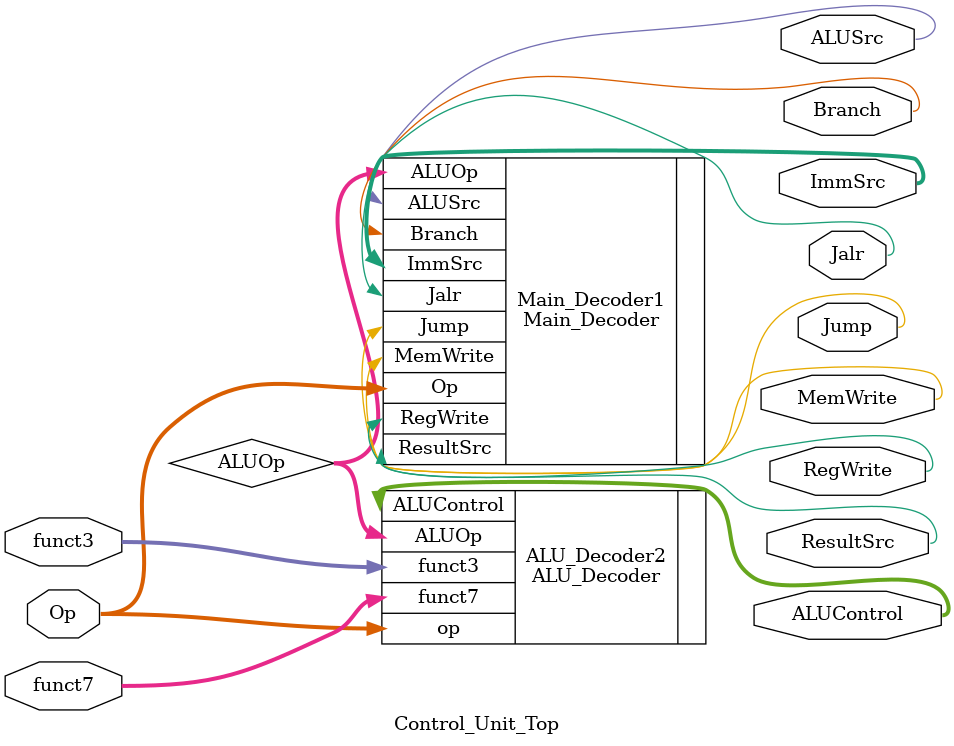
<source format=v>
module Control_Unit_Top(
    input [6:0] Op, funct7,
    input [2:0] funct3,
    output RegWrite, ALUSrc, MemWrite, ResultSrc, Branch, Jump, Jalr,
    output [2:0] ImmSrc,    // CHANGED: 3 bits
    output [3:0] ALUControl // CHANGED: 4 bits
); 

    wire [1:0] ALUOp;

    Main_Decoder Main_Decoder1(
        .Op(Op),
        .RegWrite(RegWrite),
        .ImmSrc(ImmSrc),
        .MemWrite(MemWrite),
        .ResultSrc(ResultSrc),
        .Branch(Branch),
        .ALUSrc(ALUSrc),
        .ALUOp(ALUOp),
        .Jump(Jump),
        .Jalr(Jalr) // NEW
    );

    ALU_Decoder ALU_Decoder2(
        .ALUOp(ALUOp),
        .funct3(funct3),
        .funct7(funct7),
        .op(Op),
        .ALUControl(ALUControl)
    );

endmodule
</source>
